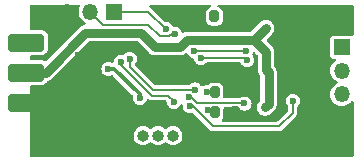
<source format=gbr>
%TF.GenerationSoftware,KiCad,Pcbnew,8.0.4*%
%TF.CreationDate,2024-08-20T23:17:39+09:00*%
%TF.ProjectId,pcb_blheli_s,7063625f-626c-4686-956c-695f732e6b69,rev?*%
%TF.SameCoordinates,Original*%
%TF.FileFunction,Copper,L2,Bot*%
%TF.FilePolarity,Positive*%
%FSLAX46Y46*%
G04 Gerber Fmt 4.6, Leading zero omitted, Abs format (unit mm)*
G04 Created by KiCad (PCBNEW 8.0.4) date 2024-08-20 23:17:39*
%MOMM*%
%LPD*%
G01*
G04 APERTURE LIST*
G04 Aperture macros list*
%AMRoundRect*
0 Rectangle with rounded corners*
0 $1 Rounding radius*
0 $2 $3 $4 $5 $6 $7 $8 $9 X,Y pos of 4 corners*
0 Add a 4 corners polygon primitive as box body*
4,1,4,$2,$3,$4,$5,$6,$7,$8,$9,$2,$3,0*
0 Add four circle primitives for the rounded corners*
1,1,$1+$1,$2,$3*
1,1,$1+$1,$4,$5*
1,1,$1+$1,$6,$7*
1,1,$1+$1,$8,$9*
0 Add four rect primitives between the rounded corners*
20,1,$1+$1,$2,$3,$4,$5,0*
20,1,$1+$1,$4,$5,$6,$7,0*
20,1,$1+$1,$6,$7,$8,$9,0*
20,1,$1+$1,$8,$9,$2,$3,0*%
G04 Aperture macros list end*
%TA.AperFunction,CastellatedPad*%
%ADD10RoundRect,0.250000X-1.250000X-0.512000X1.250000X-0.512000X1.250000X0.512000X-1.250000X0.512000X0*%
%TD*%
%TA.AperFunction,ComponentPad*%
%ADD11RoundRect,0.250000X-1.250000X-0.512000X1.250000X-0.512000X1.250000X0.512000X-1.250000X0.512000X0*%
%TD*%
%TA.AperFunction,ComponentPad*%
%ADD12R,1.000000X1.000000*%
%TD*%
%TA.AperFunction,ComponentPad*%
%ADD13O,1.000000X1.000000*%
%TD*%
%TA.AperFunction,ComponentPad*%
%ADD14R,1.350000X1.350000*%
%TD*%
%TA.AperFunction,ComponentPad*%
%ADD15O,1.350000X1.350000*%
%TD*%
%TA.AperFunction,SMDPad,CuDef*%
%ADD16RoundRect,0.200000X0.200000X0.275000X-0.200000X0.275000X-0.200000X-0.275000X0.200000X-0.275000X0*%
%TD*%
%TA.AperFunction,ViaPad*%
%ADD17C,0.600000*%
%TD*%
%TA.AperFunction,Conductor*%
%ADD18C,0.800000*%
%TD*%
%TA.AperFunction,Conductor*%
%ADD19C,0.200000*%
%TD*%
%TA.AperFunction,Conductor*%
%ADD20C,0.300000*%
%TD*%
%TA.AperFunction,Conductor*%
%ADD21C,0.400000*%
%TD*%
G04 APERTURE END LIST*
D10*
%TO.P,J1,1,Pin_1*%
%TO.N,/RC_IN*%
X113300000Y-100720000D03*
D11*
%TO.P,J1,2,Pin_2*%
%TO.N,VDC*%
X113300000Y-103260000D03*
%TO.P,J1,3,Pin_3*%
%TO.N,GND*%
X113300000Y-105800000D03*
%TD*%
D12*
%TO.P,J2,1,Pin_1*%
%TO.N,GND*%
X121900000Y-108600000D03*
D13*
%TO.P,J2,2,Pin_2*%
%TO.N,/C2CK*%
X123170000Y-108600000D03*
%TO.P,J2,3,Pin_3*%
%TO.N,+3.3V*%
X124440000Y-108600000D03*
%TO.P,J2,4,Pin_4*%
%TO.N,/C2D*%
X125710000Y-108600000D03*
%TD*%
D14*
%TO.P,J3,1,Pin_1*%
%TO.N,Net-(J3-Pin_1)*%
X140000000Y-101100000D03*
D15*
%TO.P,J3,2,Pin_2*%
%TO.N,Net-(J3-Pin_2)*%
X140000000Y-103100000D03*
%TO.P,J3,3,Pin_3*%
%TO.N,Net-(J3-Pin_3)*%
X140000000Y-105100000D03*
%TD*%
D14*
%TO.P,J4,1,Pin_1*%
%TO.N,/TX0*%
X120700000Y-98100000D03*
D15*
%TO.P,J4,2,Pin_2*%
%TO.N,/RX0*%
X118700000Y-98100000D03*
%TO.P,J4,3,Pin_3*%
%TO.N,GND*%
X116700000Y-98100000D03*
%TD*%
D16*
%TO.P,R9,1*%
%TO.N,GND*%
X130875000Y-98500000D03*
%TO.P,R9,2*%
%TO.N,/MUX_A*%
X129225000Y-98500000D03*
%TD*%
%TO.P,R10,1*%
%TO.N,GND*%
X130925000Y-104900000D03*
%TO.P,R10,2*%
%TO.N,/MUX_B*%
X129275000Y-104900000D03*
%TD*%
%TO.P,R11,1*%
%TO.N,GND*%
X130925000Y-106600000D03*
%TO.P,R11,2*%
%TO.N,/MUX_C*%
X129275000Y-106600000D03*
%TD*%
D17*
%TO.N,GND*%
X121200000Y-107600000D03*
X128000000Y-109200000D03*
X130200000Y-109200000D03*
X127900000Y-97800000D03*
X128000000Y-103800000D03*
X138400000Y-101000000D03*
X117700000Y-101800000D03*
X128000000Y-103000000D03*
X138400000Y-101700000D03*
X138600000Y-109300000D03*
X132100000Y-98400000D03*
X120286625Y-101050000D03*
X138500000Y-105300000D03*
X138500000Y-104600000D03*
X138600000Y-108600000D03*
%TO.N,+3.3V*%
X122900000Y-105400000D03*
X120250000Y-102950000D03*
%TO.N,VDC*%
X133578989Y-99471011D03*
X133520362Y-106200000D03*
X133578989Y-103000000D03*
%TO.N,/MUX_A*%
X129225000Y-98500000D03*
%TO.N,/COM_B*%
X135850000Y-105650000D03*
X127155554Y-106092809D03*
%TO.N,/PWM_B*%
X127048528Y-105300000D03*
X131759173Y-105873513D03*
%TO.N,/MUX_B*%
X122054275Y-102085704D03*
X128600000Y-104900000D03*
X127576584Y-104699034D03*
%TO.N,/PWM_A*%
X131900000Y-101400000D03*
X127500000Y-101400000D03*
%TO.N,/TX0*%
X125151473Y-99600000D03*
%TO.N,/MUX_C*%
X125775735Y-105724265D03*
X121299192Y-102350000D03*
X128700000Y-106425000D03*
%TO.N,/COM_A*%
X128065687Y-102000000D03*
X132000000Y-102200000D03*
%TO.N,/RX0*%
X125900000Y-99999998D03*
%TD*%
D18*
%TO.N,VDC*%
X118300000Y-99900000D02*
X114940000Y-103260000D01*
X123000000Y-99900000D02*
X118300000Y-99900000D01*
X124199998Y-101099998D02*
X123000000Y-99900000D01*
X114940000Y-103260000D02*
X114000000Y-103260000D01*
X126900000Y-100500000D02*
X126300002Y-101099998D01*
X126300002Y-101099998D02*
X124199998Y-101099998D01*
X132600000Y-100500000D02*
X126900000Y-100500000D01*
D19*
%TO.N,/RX0*%
X119800000Y-99200000D02*
X118700000Y-98100000D01*
X123600000Y-99200000D02*
X119800000Y-99200000D01*
X124600000Y-100200000D02*
X123600000Y-99200000D01*
X125400002Y-100200000D02*
X124600000Y-100200000D01*
X125900000Y-99999998D02*
X125600004Y-99999998D01*
X125600004Y-99999998D02*
X125400002Y-100200000D01*
%TO.N,/TX0*%
X123600000Y-98100000D02*
X120700000Y-98100000D01*
X125151473Y-99600000D02*
X125100000Y-99600000D01*
X125100000Y-99600000D02*
X123600000Y-98100000D01*
%TO.N,/COM_B*%
X129100000Y-107800000D02*
X127392809Y-106092809D01*
X134700000Y-107800000D02*
X129100000Y-107800000D01*
X135850000Y-105650000D02*
X135850000Y-106650000D01*
X127392809Y-106092809D02*
X127155554Y-106092809D01*
X135850000Y-106650000D02*
X134700000Y-107800000D01*
%TO.N,/COM_A*%
X131800000Y-102000000D02*
X128065687Y-102000000D01*
X132000000Y-102200000D02*
X131800000Y-102000000D01*
%TO.N,/MUX_C*%
X121299192Y-102599192D02*
X121299192Y-102350000D01*
X125300000Y-105200000D02*
X123900000Y-105200000D01*
X123900000Y-105200000D02*
X121299192Y-102599192D01*
X125775735Y-105675735D02*
X125300000Y-105200000D01*
X125775735Y-105724265D02*
X125775735Y-105675735D01*
D20*
%TO.N,+3.3V*%
X122900000Y-105400000D02*
X122900000Y-105100000D01*
X120750000Y-102950000D02*
X120250000Y-102950000D01*
X122900000Y-105100000D02*
X120750000Y-102950000D01*
D18*
%TO.N,VDC*%
X133578989Y-103000000D02*
X133800000Y-103221011D01*
X132600000Y-100500000D02*
X133578989Y-101478989D01*
D21*
X133520362Y-99529638D02*
X133578989Y-99471011D01*
D18*
X133578989Y-99521011D02*
X132600000Y-100500000D01*
X133578989Y-101478989D02*
X133578989Y-103000000D01*
D21*
X113750000Y-102725000D02*
X113725000Y-102750000D01*
D18*
X133800000Y-105920362D02*
X133520362Y-106200000D01*
X133578989Y-99471011D02*
X133578989Y-99521011D01*
D21*
X113725000Y-102750000D02*
X113303500Y-102750000D01*
D18*
X133800000Y-103221011D02*
X133800000Y-105920362D01*
D19*
%TO.N,/PWM_B*%
X131685660Y-105800000D02*
X127711275Y-105800000D01*
X131759173Y-105873513D02*
X131685660Y-105800000D01*
X127211275Y-105300000D02*
X127048528Y-105300000D01*
X127711275Y-105800000D02*
X127211275Y-105300000D01*
%TO.N,/MUX_B*%
X127576584Y-104699034D02*
X127575618Y-104700000D01*
X124000000Y-104700000D02*
X122054275Y-102754275D01*
X127575618Y-104700000D02*
X124000000Y-104700000D01*
X122054275Y-102754275D02*
X122054275Y-102085704D01*
X128600000Y-104900000D02*
X129275000Y-104900000D01*
%TO.N,/PWM_A*%
X131900000Y-101400000D02*
X127500000Y-101400000D01*
%TO.N,/MUX_C*%
X129100000Y-106425000D02*
X129275000Y-106600000D01*
X128700000Y-106425000D02*
X129100000Y-106425000D01*
%TD*%
%TA.AperFunction,Conductor*%
%TO.N,GND*%
G36*
X128915020Y-97520185D02*
G01*
X128960775Y-97572989D01*
X128970719Y-97642147D01*
X128941694Y-97705703D01*
X128891314Y-97740682D01*
X128782671Y-97781202D01*
X128782664Y-97781206D01*
X128667455Y-97867452D01*
X128667452Y-97867455D01*
X128581206Y-97982664D01*
X128581202Y-97982671D01*
X128537442Y-98100000D01*
X128530909Y-98117517D01*
X128524500Y-98177127D01*
X128524500Y-98177134D01*
X128524500Y-98177135D01*
X128524500Y-98822870D01*
X128524501Y-98822876D01*
X128530908Y-98882483D01*
X128581202Y-99017328D01*
X128581206Y-99017335D01*
X128667452Y-99132544D01*
X128667455Y-99132547D01*
X128782664Y-99218793D01*
X128782671Y-99218797D01*
X128827618Y-99235561D01*
X128917517Y-99269091D01*
X128977127Y-99275500D01*
X129472872Y-99275499D01*
X129532483Y-99269091D01*
X129667331Y-99218796D01*
X129782546Y-99132546D01*
X129868796Y-99017331D01*
X129919091Y-98882483D01*
X129925500Y-98822873D01*
X129925499Y-98177128D01*
X129919091Y-98117517D01*
X129868796Y-97982669D01*
X129868795Y-97982668D01*
X129868793Y-97982664D01*
X129782547Y-97867455D01*
X129782544Y-97867452D01*
X129667335Y-97781206D01*
X129667328Y-97781202D01*
X129558686Y-97740682D01*
X129502752Y-97698811D01*
X129478335Y-97633347D01*
X129493186Y-97565074D01*
X129542591Y-97515668D01*
X129602019Y-97500500D01*
X140875500Y-97500500D01*
X140942539Y-97520185D01*
X140988294Y-97572989D01*
X140999500Y-97624500D01*
X140999500Y-100049490D01*
X140979815Y-100116529D01*
X140927011Y-100162284D01*
X140857853Y-100172228D01*
X140825414Y-100162925D01*
X140810211Y-100156212D01*
X140744991Y-100127415D01*
X140719865Y-100124500D01*
X139280143Y-100124500D01*
X139280117Y-100124502D01*
X139255012Y-100127413D01*
X139255008Y-100127415D01*
X139152235Y-100172793D01*
X139072794Y-100252234D01*
X139027415Y-100355006D01*
X139027415Y-100355008D01*
X139024500Y-100380131D01*
X139024500Y-101819856D01*
X139024502Y-101819882D01*
X139027413Y-101844987D01*
X139027415Y-101844991D01*
X139072793Y-101947764D01*
X139072794Y-101947765D01*
X139152235Y-102027206D01*
X139255009Y-102072585D01*
X139280135Y-102075500D01*
X139364112Y-102075499D01*
X139431148Y-102095183D01*
X139476904Y-102147986D01*
X139486848Y-102217145D01*
X139457824Y-102280701D01*
X139442775Y-102295352D01*
X139306879Y-102406879D01*
X139184977Y-102555417D01*
X139184973Y-102555424D01*
X139094396Y-102724881D01*
X139038614Y-102908770D01*
X139019780Y-103100000D01*
X139038614Y-103291229D01*
X139094396Y-103475118D01*
X139184973Y-103644575D01*
X139184977Y-103644582D01*
X139306879Y-103793120D01*
X139455417Y-103915022D01*
X139455424Y-103915027D01*
X139596890Y-103990642D01*
X139646735Y-104039604D01*
X139662195Y-104107742D01*
X139638363Y-104173422D01*
X139596890Y-104209358D01*
X139455424Y-104284972D01*
X139455417Y-104284977D01*
X139306879Y-104406879D01*
X139184977Y-104555417D01*
X139184973Y-104555424D01*
X139094396Y-104724881D01*
X139038614Y-104908770D01*
X139019780Y-105100000D01*
X139038614Y-105291229D01*
X139094396Y-105475118D01*
X139184973Y-105644575D01*
X139184977Y-105644582D01*
X139306879Y-105793120D01*
X139455417Y-105915022D01*
X139455424Y-105915026D01*
X139624881Y-106005603D01*
X139624883Y-106005603D01*
X139624886Y-106005605D01*
X139808769Y-106061385D01*
X139808768Y-106061385D01*
X139825914Y-106063073D01*
X140000000Y-106080220D01*
X140191231Y-106061385D01*
X140375114Y-106005605D01*
X140393698Y-105995672D01*
X140526783Y-105924536D01*
X140544581Y-105915023D01*
X140693120Y-105793120D01*
X140755795Y-105716751D01*
X140779647Y-105687687D01*
X140837392Y-105648353D01*
X140907237Y-105646482D01*
X140967005Y-105682669D01*
X140997721Y-105745425D01*
X140999500Y-105766352D01*
X140999500Y-110275500D01*
X140979815Y-110342539D01*
X140927011Y-110388294D01*
X140875500Y-110399500D01*
X113724500Y-110399500D01*
X113657461Y-110379815D01*
X113611706Y-110327011D01*
X113600500Y-110275500D01*
X113600500Y-108599996D01*
X122364435Y-108599996D01*
X122364435Y-108600003D01*
X122384630Y-108779249D01*
X122384631Y-108779254D01*
X122444211Y-108949523D01*
X122535000Y-109094011D01*
X122540184Y-109102262D01*
X122667738Y-109229816D01*
X122820478Y-109325789D01*
X122990745Y-109385368D01*
X122990750Y-109385369D01*
X123169996Y-109405565D01*
X123170000Y-109405565D01*
X123170004Y-109405565D01*
X123349249Y-109385369D01*
X123349252Y-109385368D01*
X123349255Y-109385368D01*
X123519522Y-109325789D01*
X123672262Y-109229816D01*
X123717319Y-109184759D01*
X123778642Y-109151274D01*
X123848334Y-109156258D01*
X123892681Y-109184759D01*
X123937738Y-109229816D01*
X124090478Y-109325789D01*
X124260745Y-109385368D01*
X124260750Y-109385369D01*
X124439996Y-109405565D01*
X124440000Y-109405565D01*
X124440004Y-109405565D01*
X124619249Y-109385369D01*
X124619252Y-109385368D01*
X124619255Y-109385368D01*
X124789522Y-109325789D01*
X124942262Y-109229816D01*
X124987319Y-109184759D01*
X125048642Y-109151274D01*
X125118334Y-109156258D01*
X125162681Y-109184759D01*
X125207738Y-109229816D01*
X125360478Y-109325789D01*
X125530745Y-109385368D01*
X125530750Y-109385369D01*
X125709996Y-109405565D01*
X125710000Y-109405565D01*
X125710004Y-109405565D01*
X125889249Y-109385369D01*
X125889252Y-109385368D01*
X125889255Y-109385368D01*
X126059522Y-109325789D01*
X126212262Y-109229816D01*
X126339816Y-109102262D01*
X126435789Y-108949522D01*
X126495368Y-108779255D01*
X126515565Y-108600000D01*
X126495368Y-108420745D01*
X126435789Y-108250478D01*
X126339816Y-108097738D01*
X126212262Y-107970184D01*
X126059523Y-107874211D01*
X125889254Y-107814631D01*
X125889249Y-107814630D01*
X125710004Y-107794435D01*
X125709996Y-107794435D01*
X125530750Y-107814630D01*
X125530745Y-107814631D01*
X125360476Y-107874211D01*
X125207737Y-107970184D01*
X125162680Y-108015241D01*
X125101357Y-108048725D01*
X125031665Y-108043740D01*
X124987320Y-108015241D01*
X124942263Y-107970185D01*
X124942262Y-107970184D01*
X124789523Y-107874211D01*
X124619254Y-107814631D01*
X124619249Y-107814630D01*
X124440004Y-107794435D01*
X124439996Y-107794435D01*
X124260750Y-107814630D01*
X124260745Y-107814631D01*
X124090476Y-107874211D01*
X123937737Y-107970184D01*
X123892680Y-108015241D01*
X123831357Y-108048725D01*
X123761665Y-108043740D01*
X123717320Y-108015241D01*
X123672263Y-107970185D01*
X123672262Y-107970184D01*
X123519523Y-107874211D01*
X123349254Y-107814631D01*
X123349249Y-107814630D01*
X123170004Y-107794435D01*
X123169996Y-107794435D01*
X122990750Y-107814630D01*
X122990745Y-107814631D01*
X122820476Y-107874211D01*
X122667737Y-107970184D01*
X122540184Y-108097737D01*
X122444211Y-108250476D01*
X122384631Y-108420745D01*
X122384630Y-108420750D01*
X122364435Y-108599996D01*
X113600500Y-108599996D01*
X113600500Y-104446500D01*
X113620185Y-104379461D01*
X113672989Y-104333706D01*
X113724500Y-104322500D01*
X114593097Y-104322500D01*
X114593102Y-104322500D01*
X114681564Y-104311877D01*
X114822342Y-104256361D01*
X114942922Y-104164922D01*
X115034361Y-104044342D01*
X115047581Y-104010817D01*
X115090485Y-103955675D01*
X115138744Y-103934690D01*
X115144328Y-103933580D01*
X115216793Y-103903564D01*
X115271807Y-103880777D01*
X115271808Y-103880776D01*
X115271811Y-103880775D01*
X115386543Y-103804114D01*
X116240659Y-102949998D01*
X119644318Y-102949998D01*
X119644318Y-102950001D01*
X119664955Y-103106760D01*
X119664956Y-103106762D01*
X119725464Y-103252841D01*
X119821718Y-103378282D01*
X119947159Y-103474536D01*
X120093238Y-103535044D01*
X120171619Y-103545363D01*
X120249999Y-103555682D01*
X120250000Y-103555682D01*
X120250001Y-103555682D01*
X120302254Y-103548802D01*
X120406762Y-103535044D01*
X120536111Y-103481465D01*
X120605578Y-103473997D01*
X120668058Y-103505272D01*
X120671243Y-103508346D01*
X122283601Y-105120704D01*
X122317086Y-105182027D01*
X122315823Y-105235154D01*
X122316017Y-105235180D01*
X122315779Y-105236980D01*
X122315697Y-105240469D01*
X122314956Y-105243231D01*
X122294318Y-105399998D01*
X122294318Y-105400001D01*
X122314955Y-105556760D01*
X122314956Y-105556762D01*
X122360420Y-105666523D01*
X122375464Y-105702841D01*
X122471718Y-105828282D01*
X122597159Y-105924536D01*
X122743238Y-105985044D01*
X122821619Y-105995363D01*
X122899999Y-106005682D01*
X122900000Y-106005682D01*
X122900001Y-106005682D01*
X122952254Y-105998802D01*
X123056762Y-105985044D01*
X123202841Y-105924536D01*
X123328282Y-105828282D01*
X123424536Y-105702841D01*
X123475687Y-105579351D01*
X123519527Y-105524949D01*
X123585821Y-105502884D01*
X123652248Y-105519418D01*
X123654086Y-105520479D01*
X123654087Y-105520480D01*
X123745412Y-105573207D01*
X123847273Y-105600500D01*
X123952727Y-105600500D01*
X125046053Y-105600500D01*
X125113092Y-105620185D01*
X125158847Y-105672989D01*
X125168269Y-105716303D01*
X125168992Y-105716208D01*
X125190690Y-105881025D01*
X125190691Y-105881027D01*
X125238178Y-105995672D01*
X125251199Y-106027106D01*
X125347453Y-106152547D01*
X125472894Y-106248801D01*
X125618973Y-106309309D01*
X125697354Y-106319628D01*
X125775734Y-106329947D01*
X125775735Y-106329947D01*
X125775736Y-106329947D01*
X125827989Y-106323067D01*
X125932497Y-106309309D01*
X126078576Y-106248801D01*
X126204017Y-106152547D01*
X126300271Y-106027106D01*
X126318409Y-105983315D01*
X126362247Y-105928915D01*
X126428541Y-105906849D01*
X126496241Y-105924127D01*
X126543852Y-105975264D01*
X126556259Y-106044023D01*
X126555908Y-106046954D01*
X126549872Y-106092806D01*
X126549872Y-106092810D01*
X126570509Y-106249569D01*
X126570510Y-106249571D01*
X126592141Y-106301794D01*
X126631018Y-106395650D01*
X126727272Y-106521091D01*
X126852713Y-106617345D01*
X126998792Y-106677853D01*
X127077173Y-106688172D01*
X127155553Y-106698491D01*
X127155554Y-106698491D01*
X127155555Y-106698491D01*
X127183569Y-106694802D01*
X127312316Y-106677853D01*
X127312318Y-106677852D01*
X127312319Y-106677852D01*
X127320170Y-106675749D01*
X127321014Y-106678900D01*
X127375300Y-106673044D01*
X127437790Y-106704297D01*
X127441008Y-106707401D01*
X128775179Y-108041571D01*
X128775189Y-108041582D01*
X128779519Y-108045912D01*
X128779520Y-108045913D01*
X128854087Y-108120480D01*
X128945413Y-108173207D01*
X129047273Y-108200501D01*
X129047275Y-108200501D01*
X129160323Y-108200501D01*
X129160339Y-108200500D01*
X134752725Y-108200500D01*
X134752727Y-108200500D01*
X134854588Y-108173207D01*
X134945913Y-108120480D01*
X136085703Y-106980687D01*
X136085708Y-106980684D01*
X136095911Y-106970480D01*
X136095913Y-106970480D01*
X136170480Y-106895913D01*
X136223207Y-106804587D01*
X136250501Y-106702727D01*
X136250501Y-106597273D01*
X136250501Y-106589678D01*
X136250500Y-106589660D01*
X136250500Y-106156580D01*
X136270185Y-106089541D01*
X136276124Y-106081093D01*
X136278279Y-106078283D01*
X136278282Y-106078282D01*
X136374536Y-105952841D01*
X136435044Y-105806762D01*
X136451381Y-105682669D01*
X136455682Y-105650001D01*
X136455682Y-105649998D01*
X136435044Y-105493239D01*
X136435044Y-105493238D01*
X136374536Y-105347159D01*
X136278282Y-105221718D01*
X136152841Y-105125464D01*
X136141349Y-105120704D01*
X136006762Y-105064956D01*
X136006760Y-105064955D01*
X135850001Y-105044318D01*
X135849999Y-105044318D01*
X135693239Y-105064955D01*
X135693237Y-105064956D01*
X135547160Y-105125463D01*
X135421718Y-105221718D01*
X135325463Y-105347160D01*
X135264956Y-105493237D01*
X135264955Y-105493239D01*
X135244318Y-105649998D01*
X135244318Y-105650001D01*
X135264955Y-105806760D01*
X135264956Y-105806762D01*
X135315553Y-105928915D01*
X135325464Y-105952841D01*
X135421718Y-106078282D01*
X135421720Y-106078283D01*
X135423876Y-106081093D01*
X135449070Y-106146263D01*
X135449500Y-106156580D01*
X135449500Y-106432745D01*
X135429815Y-106499784D01*
X135413181Y-106520426D01*
X134570426Y-107363181D01*
X134509103Y-107396666D01*
X134482745Y-107399500D01*
X129955286Y-107399500D01*
X129888247Y-107379815D01*
X129842492Y-107327011D01*
X129832548Y-107257853D01*
X129856019Y-107201189D01*
X129918796Y-107117331D01*
X129969091Y-106982483D01*
X129975500Y-106922873D01*
X129975499Y-106324499D01*
X129995183Y-106257461D01*
X130047987Y-106211706D01*
X130099499Y-106200500D01*
X131192015Y-106200500D01*
X131259054Y-106220185D01*
X131290391Y-106249014D01*
X131305723Y-106268996D01*
X131330891Y-106301795D01*
X131456332Y-106398049D01*
X131602411Y-106458557D01*
X131680792Y-106468876D01*
X131759172Y-106479195D01*
X131759173Y-106479195D01*
X131759174Y-106479195D01*
X131811427Y-106472315D01*
X131915935Y-106458557D01*
X132062014Y-106398049D01*
X132187455Y-106301795D01*
X132283709Y-106176354D01*
X132344217Y-106030275D01*
X132364855Y-105873513D01*
X132364154Y-105868192D01*
X132344217Y-105716752D01*
X132344217Y-105716751D01*
X132283709Y-105570672D01*
X132187455Y-105445231D01*
X132062014Y-105348977D01*
X132062009Y-105348975D01*
X131915935Y-105288469D01*
X131915933Y-105288468D01*
X131759174Y-105267831D01*
X131759172Y-105267831D01*
X131602412Y-105288468D01*
X131602410Y-105288469D01*
X131456335Y-105348975D01*
X131456333Y-105348976D01*
X131423882Y-105373877D01*
X131358713Y-105399070D01*
X131348397Y-105399500D01*
X130094556Y-105399500D01*
X130027517Y-105379815D01*
X129981762Y-105327011D01*
X129971267Y-105262245D01*
X129973983Y-105236980D01*
X129975500Y-105222873D01*
X129975499Y-104577128D01*
X129969091Y-104517517D01*
X129962813Y-104500686D01*
X129918797Y-104382671D01*
X129918793Y-104382664D01*
X129832547Y-104267455D01*
X129832544Y-104267452D01*
X129717335Y-104181206D01*
X129717328Y-104181202D01*
X129582486Y-104130910D01*
X129582485Y-104130909D01*
X129582483Y-104130909D01*
X129522873Y-104124500D01*
X129522863Y-104124500D01*
X129027129Y-104124500D01*
X129027123Y-104124501D01*
X128967516Y-104130908D01*
X128832671Y-104181202D01*
X128832664Y-104181206D01*
X128710355Y-104272768D01*
X128708195Y-104269882D01*
X128661828Y-104295132D01*
X128619424Y-104296875D01*
X128600001Y-104294318D01*
X128599998Y-104294318D01*
X128443239Y-104314955D01*
X128443237Y-104314956D01*
X128297158Y-104375464D01*
X128262132Y-104402340D01*
X128196962Y-104427533D01*
X128128518Y-104413494D01*
X128088273Y-104379451D01*
X128004866Y-104270752D01*
X127879425Y-104174498D01*
X127876827Y-104173422D01*
X127733346Y-104113990D01*
X127733344Y-104113989D01*
X127576585Y-104093352D01*
X127576583Y-104093352D01*
X127419823Y-104113989D01*
X127419821Y-104113990D01*
X127273744Y-104174497D01*
X127265001Y-104181206D01*
X127148302Y-104270752D01*
X127148300Y-104270754D01*
X127144232Y-104273876D01*
X127079062Y-104299070D01*
X127068745Y-104299500D01*
X124217254Y-104299500D01*
X124150215Y-104279815D01*
X124129573Y-104263181D01*
X122515088Y-102648695D01*
X122481603Y-102587372D01*
X122486587Y-102517680D01*
X122504389Y-102485533D01*
X122578811Y-102388545D01*
X122639319Y-102242466D01*
X122655827Y-102117076D01*
X122659957Y-102085705D01*
X122659957Y-102085702D01*
X122639319Y-101928943D01*
X122639319Y-101928942D01*
X122578811Y-101782863D01*
X122482557Y-101657422D01*
X122357116Y-101561168D01*
X122211037Y-101500660D01*
X122211035Y-101500659D01*
X122054276Y-101480022D01*
X122054274Y-101480022D01*
X121897514Y-101500659D01*
X121897512Y-101500660D01*
X121751435Y-101561167D01*
X121668348Y-101624922D01*
X121625993Y-101657422D01*
X121580769Y-101716360D01*
X121578991Y-101718677D01*
X121522562Y-101759879D01*
X121464363Y-101763346D01*
X121464012Y-101766017D01*
X121455954Y-101764956D01*
X121376297Y-101754469D01*
X121299193Y-101744318D01*
X121299191Y-101744318D01*
X121142431Y-101764955D01*
X121142429Y-101764956D01*
X120996352Y-101825463D01*
X120870910Y-101921718D01*
X120774655Y-102047160D01*
X120714148Y-102193237D01*
X120714148Y-102193238D01*
X120697907Y-102316598D01*
X120669640Y-102380494D01*
X120611316Y-102418965D01*
X120541451Y-102419796D01*
X120527516Y-102414973D01*
X120406765Y-102364957D01*
X120406760Y-102364955D01*
X120250001Y-102344318D01*
X120249999Y-102344318D01*
X120093239Y-102364955D01*
X120093237Y-102364956D01*
X119947160Y-102425463D01*
X119821718Y-102521718D01*
X119725463Y-102647160D01*
X119664956Y-102793237D01*
X119664955Y-102793239D01*
X119644318Y-102949998D01*
X116240659Y-102949998D01*
X118553838Y-100636819D01*
X118615161Y-100603334D01*
X118641519Y-100600500D01*
X122658481Y-100600500D01*
X122725520Y-100620185D01*
X122746162Y-100636819D01*
X123655884Y-101546540D01*
X123706527Y-101597183D01*
X123753457Y-101644113D01*
X123868180Y-101720769D01*
X123868193Y-101720776D01*
X123925029Y-101744318D01*
X123960349Y-101758948D01*
X123995669Y-101773578D01*
X123995672Y-101773578D01*
X123995677Y-101773580D01*
X124022543Y-101778923D01*
X124022549Y-101778924D01*
X124022589Y-101778932D01*
X124099093Y-101794150D01*
X124131004Y-101800498D01*
X124131005Y-101800498D01*
X126368998Y-101800498D01*
X126477459Y-101778923D01*
X126504330Y-101773578D01*
X126602712Y-101732827D01*
X126631809Y-101720775D01*
X126631810Y-101720774D01*
X126631813Y-101720773D01*
X126746545Y-101644112D01*
X126759989Y-101630667D01*
X126821309Y-101597183D01*
X126891001Y-101602165D01*
X126946936Y-101644035D01*
X126962232Y-101670896D01*
X126975462Y-101702838D01*
X126975463Y-101702840D01*
X126975464Y-101702841D01*
X127071718Y-101828282D01*
X127197159Y-101924536D01*
X127343238Y-101985044D01*
X127365724Y-101988004D01*
X127429621Y-102016270D01*
X127468093Y-102074594D01*
X127472479Y-102094756D01*
X127474222Y-102107994D01*
X127480643Y-102156762D01*
X127541151Y-102302841D01*
X127637405Y-102428282D01*
X127762846Y-102524536D01*
X127908925Y-102585044D01*
X127934280Y-102588382D01*
X128065686Y-102605682D01*
X128065687Y-102605682D01*
X128065688Y-102605682D01*
X128117941Y-102598802D01*
X128222449Y-102585044D01*
X128368528Y-102524536D01*
X128493969Y-102428282D01*
X128493970Y-102428279D01*
X128496780Y-102426124D01*
X128561950Y-102400930D01*
X128572267Y-102400500D01*
X131350219Y-102400500D01*
X131417258Y-102420185D01*
X131463013Y-102472989D01*
X131464780Y-102477048D01*
X131475462Y-102502838D01*
X131475463Y-102502839D01*
X131475464Y-102502841D01*
X131571718Y-102628282D01*
X131697159Y-102724536D01*
X131843238Y-102785044D01*
X131905478Y-102793238D01*
X131999999Y-102805682D01*
X132000000Y-102805682D01*
X132000001Y-102805682D01*
X132094514Y-102793239D01*
X132156762Y-102785044D01*
X132302841Y-102724536D01*
X132428282Y-102628282D01*
X132524536Y-102502841D01*
X132585044Y-102356762D01*
X132605682Y-102200000D01*
X132602761Y-102177815D01*
X132585044Y-102043239D01*
X132585044Y-102043238D01*
X132524536Y-101897159D01*
X132524535Y-101897158D01*
X132524535Y-101897157D01*
X132450903Y-101801198D01*
X132425709Y-101736029D01*
X132434718Y-101678260D01*
X132448894Y-101644035D01*
X132467058Y-101600183D01*
X132510897Y-101545781D01*
X132577191Y-101523716D01*
X132644891Y-101540995D01*
X132669299Y-101559956D01*
X132842170Y-101732827D01*
X132875655Y-101794150D01*
X132878489Y-101820508D01*
X132878489Y-102931006D01*
X132878489Y-103068994D01*
X132878489Y-103068996D01*
X132878488Y-103068996D01*
X132905407Y-103204322D01*
X132905410Y-103204332D01*
X132958211Y-103331807D01*
X132989264Y-103378282D01*
X133034875Y-103446543D01*
X133063181Y-103474849D01*
X133096666Y-103536170D01*
X133099500Y-103562530D01*
X133099500Y-105578842D01*
X133079815Y-105645881D01*
X133063181Y-105666523D01*
X132976250Y-105753453D01*
X132976249Y-105753454D01*
X132899584Y-105868192D01*
X132846783Y-105995667D01*
X132846780Y-105995677D01*
X132819862Y-106131003D01*
X132819862Y-106131006D01*
X132819862Y-106268994D01*
X132819862Y-106268996D01*
X132819861Y-106268996D01*
X132846780Y-106404322D01*
X132846783Y-106404332D01*
X132899584Y-106531807D01*
X132976249Y-106646545D01*
X133073816Y-106744112D01*
X133188554Y-106820777D01*
X133316029Y-106873578D01*
X133316034Y-106873580D01*
X133316038Y-106873580D01*
X133316039Y-106873581D01*
X133451365Y-106900500D01*
X133451368Y-106900500D01*
X133589358Y-106900500D01*
X133680402Y-106882389D01*
X133724690Y-106873580D01*
X133788431Y-106847177D01*
X133852169Y-106820777D01*
X133852170Y-106820776D01*
X133852173Y-106820775D01*
X133966905Y-106744114D01*
X134344114Y-106366905D01*
X134420775Y-106252173D01*
X134422084Y-106249014D01*
X134473578Y-106124694D01*
X134473580Y-106124690D01*
X134492991Y-106027105D01*
X134500500Y-105989358D01*
X134500500Y-103152017D01*
X134495768Y-103128231D01*
X134495767Y-103128230D01*
X134495767Y-103128226D01*
X134473580Y-103016683D01*
X134445960Y-102950001D01*
X134420777Y-102889203D01*
X134344112Y-102774465D01*
X134315808Y-102746161D01*
X134282323Y-102684838D01*
X134279489Y-102658480D01*
X134279489Y-101409993D01*
X134252570Y-101274666D01*
X134252569Y-101274665D01*
X134252569Y-101274661D01*
X134252567Y-101274656D01*
X134199767Y-101147184D01*
X134199759Y-101147170D01*
X134182123Y-101120776D01*
X134182122Y-101120775D01*
X134123101Y-101032443D01*
X134123098Y-101032440D01*
X133678338Y-100587681D01*
X133644853Y-100526358D01*
X133649837Y-100456667D01*
X133678338Y-100412319D01*
X134123101Y-99967556D01*
X134123103Y-99967554D01*
X134199764Y-99852822D01*
X134208352Y-99832090D01*
X134252567Y-99725343D01*
X134252569Y-99725339D01*
X134279489Y-99590004D01*
X134279489Y-99452017D01*
X134279489Y-99402018D01*
X134279489Y-99402015D01*
X134252570Y-99266688D01*
X134252569Y-99266687D01*
X134252569Y-99266683D01*
X134232734Y-99218796D01*
X134199767Y-99139206D01*
X134199760Y-99139193D01*
X134123103Y-99024469D01*
X134123100Y-99024465D01*
X134025534Y-98926899D01*
X134025530Y-98926896D01*
X133910806Y-98850239D01*
X133910793Y-98850232D01*
X133783321Y-98797432D01*
X133783311Y-98797429D01*
X133647984Y-98770511D01*
X133647982Y-98770511D01*
X133509996Y-98770511D01*
X133509994Y-98770511D01*
X133374666Y-98797429D01*
X133374656Y-98797432D01*
X133247184Y-98850232D01*
X133247171Y-98850239D01*
X133132447Y-98926896D01*
X133132443Y-98926899D01*
X133034877Y-99024465D01*
X133034874Y-99024469D01*
X132958213Y-99139200D01*
X132955345Y-99144567D01*
X132954367Y-99144044D01*
X132932338Y-99177003D01*
X132346162Y-99763181D01*
X132284839Y-99796666D01*
X132258481Y-99799500D01*
X126831003Y-99799500D01*
X126722590Y-99821065D01*
X126722589Y-99821065D01*
X126706379Y-99824289D01*
X126695669Y-99826420D01*
X126670244Y-99836952D01*
X126670242Y-99836953D01*
X126624503Y-99855898D01*
X126555034Y-99863365D01*
X126492555Y-99832090D01*
X126462491Y-99788789D01*
X126424536Y-99697158D01*
X126424536Y-99697157D01*
X126328282Y-99571716D01*
X126202841Y-99475462D01*
X126056762Y-99414954D01*
X126056760Y-99414953D01*
X125900001Y-99394316D01*
X125899999Y-99394316D01*
X125820089Y-99404836D01*
X125751054Y-99394070D01*
X125698798Y-99347690D01*
X125689343Y-99329350D01*
X125676009Y-99297160D01*
X125676009Y-99297159D01*
X125579755Y-99171718D01*
X125454314Y-99075464D01*
X125420324Y-99061385D01*
X125308235Y-99014956D01*
X125308233Y-99014955D01*
X125151475Y-98994318D01*
X125151471Y-98994318D01*
X125131895Y-98996895D01*
X125062860Y-98986129D01*
X125028030Y-98961637D01*
X123845915Y-97779522D01*
X123845913Y-97779520D01*
X123763411Y-97731887D01*
X123715196Y-97681319D01*
X123701974Y-97612712D01*
X123727942Y-97547847D01*
X123784857Y-97507320D01*
X123825412Y-97500500D01*
X128847981Y-97500500D01*
X128915020Y-97520185D01*
G37*
%TD.AperFunction*%
%TA.AperFunction,Conductor*%
G36*
X117774489Y-97520185D02*
G01*
X117820244Y-97572989D01*
X117830188Y-97642147D01*
X117816808Y-97682953D01*
X117794396Y-97724881D01*
X117738614Y-97908770D01*
X117719780Y-98100000D01*
X117738614Y-98291229D01*
X117794396Y-98475118D01*
X117884973Y-98644575D01*
X117884977Y-98644582D01*
X118006879Y-98793120D01*
X118155417Y-98915022D01*
X118155424Y-98915026D01*
X118258157Y-98969938D01*
X118308001Y-99018900D01*
X118323462Y-99087037D01*
X118299631Y-99152717D01*
X118244073Y-99195086D01*
X118223896Y-99200913D01*
X118095677Y-99226418D01*
X118095667Y-99226421D01*
X117968192Y-99279222D01*
X117853454Y-99355887D01*
X114967795Y-102241546D01*
X114906472Y-102275031D01*
X114836780Y-102270047D01*
X114826562Y-102265303D01*
X114681561Y-102208122D01*
X114635926Y-102202642D01*
X114593102Y-102197500D01*
X114593097Y-102197500D01*
X113724500Y-102197500D01*
X113657461Y-102177815D01*
X113611706Y-102125011D01*
X113600500Y-102073500D01*
X113600500Y-101906500D01*
X113620185Y-101839461D01*
X113672989Y-101793706D01*
X113724500Y-101782500D01*
X114593097Y-101782500D01*
X114593102Y-101782500D01*
X114681564Y-101771877D01*
X114822342Y-101716361D01*
X114942922Y-101624922D01*
X115034361Y-101504342D01*
X115089877Y-101363564D01*
X115100500Y-101275102D01*
X115100500Y-100164898D01*
X115089877Y-100076436D01*
X115034361Y-99935658D01*
X115034360Y-99935657D01*
X115034360Y-99935656D01*
X114942922Y-99815077D01*
X114822343Y-99723639D01*
X114681561Y-99668122D01*
X114635926Y-99662642D01*
X114593102Y-99657500D01*
X114593097Y-99657500D01*
X113724500Y-99657500D01*
X113657461Y-99637815D01*
X113611706Y-99585011D01*
X113600500Y-99533500D01*
X113600500Y-97624500D01*
X113620185Y-97557461D01*
X113672989Y-97511706D01*
X113724500Y-97500500D01*
X117707450Y-97500500D01*
X117774489Y-97520185D01*
G37*
%TD.AperFunction*%
%TD*%
M02*

</source>
